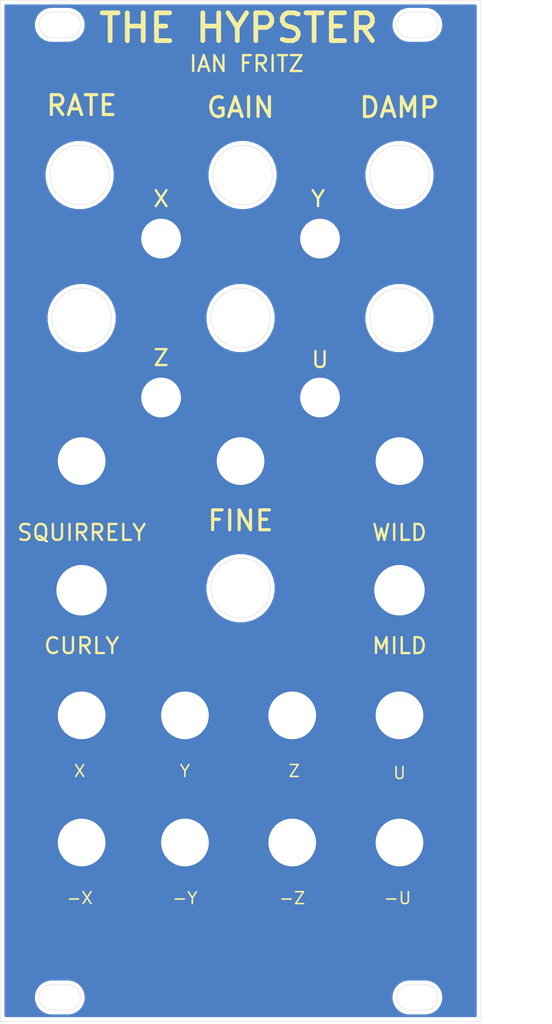
<source format=kicad_pcb>
(kicad_pcb (version 20171130) (host pcbnew "(5.1.5-0)")
  (layers (0 F.Cu signal hide) (31 B.Cu signal hide) (34 B.Paste user hide) (35 F.Paste user hide) (36 B.SilkS user) (37 F.SilkS user) (38 B.Mask user) (39 F.Mask user) (44 Edge.Cuts user))
  (net 0 "")
  (net 1 GND)
  (module "custom footprints:6.35mm_mounting_hole_miniswitch" (layer F.Cu) (at 10.25 324.25)
    (fp_text reference REF** hide)
    (fp_text value 6.35mm_mounting_hole_miniswitch)
    (pad 1 thru_hole circle (at 0 0) (size 6.4 6.4) (drill 6.35) (layers *.Cu *.Mask) (net 1 GND))
  )
  (module "custom footprints:6.35mm_mounting_hole_miniswitch" (layer F.Cu) (at 50.25 324.25)
    (fp_text reference REF** hide)
    (fp_text value 6.35mm_mounting_hole_miniswitch)
    (pad 1 thru_hole circle (at 0 0) (size 6.4 6.4) (drill 6.35) (layers *.Cu *.Mask) (net 1 GND))
  )
  (module "custom footprints:potleaf_small_copper" (layer F.Cu) (at 30 373.75)
    (fp_text reference REF** hide)
    (fp_text value potleaf_small_copper)
    (fp_poly (pts (xy -3.4036 -3.9751) (xy -3.0861 -3.7338) (xy -2.52095 -3.4163) (xy -1.92405 -2.9845) (xy -1.5494 -2.6035) (xy -1.14935 -2.03835) (xy -0.55245 -0.85725) (xy -0.254 -0.2921) (xy -0.2413 -0.2794) (xy -0.5715 -0.254) (xy -0.6731 -0.3048) (xy -1.0287 -0.55245) (xy -1.4351 -0.92075) (xy -1.7653 -1.27) (xy -2.1209 -1.7018) (xy -2.4003 -2.1209) (xy -2.5908 -2.3749) (xy -2.8448 -2.8321) (xy -3.0988 -3.2004) (xy -3.3401 -3.6195) (xy -3.6195 -4.1783)) (layer F.Cu) (width 0.1))
    (fp_poly (pts (xy -1.997075 -0.796925) (xy -1.660525 -0.701675) (xy -1.397 -0.6096) (xy -0.6985 -0.2032) (xy -0.66802 -0.17526) (xy -0.6604 -0.1905) (xy -0.6604 -0.1778) (xy -0.66802 -0.17526) (xy -0.7493 -0.0127) (xy -0.3556 0.127) (xy -0.56515 0.1524) (xy -0.95885 0.1778) (xy -1.4351 0.1778) (xy -1.8796 0.1143) (xy -2.3622 0) (xy -2.7559 -0.1143) (xy -3.1623 -0.3429) (xy -3.4798 -0.5715) (xy -3.8862 -0.6985) (xy -3.2385 -0.7493) (xy -2.7051 -0.7874) (xy -2.24155 -0.79375)) (layer F.Cu) (width 0.1))
    (fp_poly (pts (xy -0.13335 0.2667) (xy -0.50165 0.6985) (xy -0.9398 0.97155) (xy -1.3208 1.11125) (xy -2.0701 1.27635) (xy -1.5875 0.7493) (xy -1.1938 0.4826) (xy -0.8255 0.2794) (xy -0.3556 0.2032) (xy -0.3302 0.2032)) (layer F.Cu) (width 0.1))
    (fp_poly (pts (xy 0 -0.2159) (xy -0.211138 -0.022225) (xy 0.007937 0.073025) (xy 0.758825 0.61595) (xy 0.57785 0.7112) (xy 0 0.254) (xy 0.0127 1.3462) (xy -0.1016 1.2065) (xy -0.10795 0.3175) (xy -0.0635 0.3175) (xy -0.4445 0.1016) (xy -0.73025 -0.0508) (xy -0.56515 -0.3302)) (layer F.Cu) (width 0.1))
    (fp_poly (pts (xy 0.64135 0.2413) (xy 1.1938 0.5207) (xy 1.520825 0.847725) (xy 1.655763 1.077913) (xy 1.887538 1.347788) (xy 1.58115 1.26365) (xy 1.32715 1.18745) (xy 1.14935 1.12395) (xy 0.7747 0.9906) (xy 0.415925 0.796925) (xy 0.155575 0.511175) (xy 0.03175 0.34925) (xy 0.09525 0.38735) (xy 0.06985 0.32385) (xy 0.13335 0.1524)) (layer F.Cu) (width 0.1))
    (fp_poly (pts (xy 3.0734 -0.762) (xy 3.5052 -0.7366) (xy 4.083207 -0.726057) (xy 3.4036 -0.5715) (xy 2.9718 -0.381) (xy 2.6289 -0.1651) (xy 2.2098 0) (xy 1.6764 0.0889) (xy 1.2319 0.1143) (xy 0.65405 0.09525) (xy 0.0762 0.0762) (xy 0.0127 0) (xy 0.2286 -0.0635) (xy 0.235585 -0.1143) (xy 0.551815 -0.2413) (xy 1.08585 -0.4699) (xy 1.6383 -0.6731) (xy 2.032 -0.7874) (xy 2.4765 -0.7874)) (layer F.Cu) (width 0.1))
    (fp_poly (pts (xy 3.0607 -3.4163) (xy 2.8194 -2.921) (xy 2.6162 -2.4638) (xy 2.35585 -1.9431) (xy 2.0828 -1.5875) (xy 1.77165 -1.17475) (xy 1.30175 -0.78105) (xy 0.8001 -0.4445) (xy -0.3048 0.1524) (xy -0.2794 -0.1778) (xy 0.0254 -0.2286) (xy 0.27305 -0.66675) (xy 0.48895 -1.1303) (xy 0.65405 -1.4605) (xy 0.8382 -1.7526) (xy 1.0033 -2.0701) (xy 1.2827 -2.4257) (xy 1.5621 -2.7432) (xy 1.8923 -3.0353) (xy 2.2352 -3.2639) (xy 2.6162 -3.5179) (xy 3.0099 -3.7846) (xy 3.5433 -4.1783)) (layer F.Cu) (width 0.1))
    (fp_poly (pts (xy 0.2159 -5.5499) (xy 0.3175 -5.0673) (xy 0.4318 -4.6101) (xy 0.51435 -4.2799) (xy 0.57785 -3.8989) (xy 0.6223 -3.3782) (xy 0.6223 -2.8448) (xy 0.5715 -2.2606) (xy 0.508 -1.7399) (xy 0.365125 -1.2446) (xy 0.066675 -0.2286) (xy -0.14605 -0.2794) (xy -0.381 -1.1938) (xy -0.554038 -2.0574) (xy -0.538163 -2.8448) (xy -0.485775 -3.5052) (xy -0.32385 -4.2799) (xy -0.0889 -5.0927) (xy 0.0381 -5.8674) (xy 0.1016 -6.3881)) (layer F.Cu) (width 0.1))
  )
  (module "custom footprints:5mm_mounting_hole_LED" (layer F.Cu) (at 20.25 300)
    (fp_text reference TP1 hide)
    (fp_text value TestPoint)
    (pad 1 thru_hole circle (at 0 0) (size 5.1 5.1) (drill 5) (layers *.Cu *.Mask) (net 1 GND))
  )
  (module "custom footprints:5mm_mounting_hole_LED" (layer F.Cu) (at 40.25 300)
    (fp_text reference TP1 hide)
    (fp_text value TestPoint)
    (pad 1 thru_hole circle (at 0 0) (size 5.1 5.1) (drill 5) (layers *.Cu *.Mask) (net 1 GND))
  )
  (module "custom footprints:5mm_mounting_hole_LED" (layer F.Cu) (at 40.25 280)
    (fp_text reference TP1 hide)
    (fp_text value TestPoint)
    (pad 1 thru_hole circle (at 0 0) (size 5.1 5.1) (drill 5) (layers *.Cu *.Mask) (net 1 GND))
  )
  (module "custom footprints:5mm_mounting_hole_LED" (layer F.Cu) (at 20.25 280)
    (fp_text reference TP1 hide)
    (fp_text value TestPoint)
    (pad 1 thru_hole circle (at 0 0) (size 5.1 5.1) (drill 5) (layers *.Cu *.Mask) (net 1 GND))
  )
  (module "custom footprints:6mm_mounting_hole_thonkiconn" (layer F.Cu) (at 10.25 308)
    (fp_text reference TP1 hide)
    (fp_text value TestPoint)
    (pad 1 thru_hole circle (at 0 0) (size 6.1 6.1) (drill 6) (layers *.Cu *.Mask) (net 1 GND))
  )
  (module "custom footprints:6mm_mounting_hole_thonkiconn" (layer F.Cu) (at 30.25 308)
    (fp_text reference TP1 hide)
    (fp_text value TestPoint)
    (pad 1 thru_hole circle (at 0 0) (size 6.1 6.1) (drill 6) (layers *.Cu *.Mask) (net 1 GND))
  )
  (module "custom footprints:6mm_mounting_hole_thonkiconn" (layer F.Cu) (at 50.25 308)
    (fp_text reference TP1 hide)
    (fp_text value TestPoint)
    (pad 1 thru_hole circle (at 0 0) (size 6.1 6.1) (drill 6) (layers *.Cu *.Mask) (net 1 GND))
  )
  (module "custom footprints:6mm_mounting_hole_thonkiconn" (layer F.Cu) (at 50.25 340)
    (fp_text reference TP1 hide)
    (fp_text value TestPoint)
    (pad 1 thru_hole circle (at 0 0) (size 6.1 6.1) (drill 6) (layers *.Cu *.Mask) (net 1 GND))
  )
  (module "custom footprints:6mm_mounting_hole_thonkiconn" (layer F.Cu) (at 36.75 340)
    (fp_text reference TP1 hide)
    (fp_text value TestPoint)
    (pad 1 thru_hole circle (at 0 0) (size 6.1 6.1) (drill 6) (layers *.Cu *.Mask) (net 1 GND))
  )
  (module "custom footprints:6mm_mounting_hole_thonkiconn" (layer F.Cu) (at 23.25 340)
    (fp_text reference TP1 hide)
    (fp_text value TestPoint)
    (pad 1 thru_hole circle (at 0 0) (size 6.1 6.1) (drill 6) (layers *.Cu *.Mask) (net 1 GND))
  )
  (module "custom footprints:6mm_mounting_hole_thonkiconn" (layer F.Cu) (at 10.25 340)
    (fp_text reference TP1 hide)
    (fp_text value TestPoint)
    (pad 1 thru_hole circle (at 0 0) (size 6.1 6.1) (drill 6) (layers *.Cu *.Mask) (net 1 GND))
  )
  (module "custom footprints:6mm_mounting_hole_thonkiconn" (layer F.Cu) (at 10.25 356)
    (fp_text reference TP1 hide)
    (fp_text value TestPoint)
    (pad 1 thru_hole circle (at 0 0) (size 6.1 6.1) (drill 6) (layers *.Cu *.Mask) (net 1 GND))
  )
  (module "custom footprints:6mm_mounting_hole_thonkiconn" (layer F.Cu) (at 23.25 356)
    (fp_text reference TP1 hide)
    (fp_text value TestPoint)
    (pad 1 thru_hole circle (at 0 0) (size 6.1 6.1) (drill 6) (layers *.Cu *.Mask) (net 1 GND))
  )
  (module "custom footprints:6mm_mounting_hole_thonkiconn" (layer F.Cu) (at 36.75 356)
    (fp_text reference TP1 hide)
    (fp_text value TestPoint)
    (pad 1 thru_hole circle (at 0 0) (size 6.1 6.1) (drill 6) (layers *.Cu *.Mask) (net 1 GND))
  )
  (module "custom footprints:6mm_mounting_hole_thonkiconn" (layer F.Cu) (at 50.25 356)
    (fp_text reference TP1 hide)
    (fp_text value TestPoint)
    (pad 1 thru_hole circle (at 0 0) (size 6.1 6.1) (drill 6) (layers *.Cu *.Mask) (net 1 GND))
  )
  (gr_line (start 9.75 356.25) (end 49.75 356.25) (layer F.Cu) (width 1))
  (gr_line (start 10.25 340.25) (end 50.25 340.25) (layer F.Cu) (width 1))
  (gr_text -X (at 10 363) (layer F.SilkS) (effects (font (size 1.5 1.5) (thickness 0.2))))
  (gr_text -Y (at 23.25 363) (layer F.SilkS) (effects (font (size 1.5 1.5) (thickness 0.2))))
  (gr_text -Z (at 36.75 363) (layer F.SilkS) (effects (font (size 1.5 1.5) (thickness 0.2))))
  (gr_text -U (at 50 363) (layer F.SilkS) (effects (font (size 1.5 1.5) (thickness 0.2))))
  (gr_text U (at 50.25 347.25) (layer F.SilkS) (effects (font (size 1.5 1.5) (thickness 0.2))))
  (gr_text Z (at 37 347) (layer F.SilkS) (effects (font (size 1.5 1.5) (thickness 0.2))))
  (gr_text Y (at 23.25 347) (layer F.SilkS) (effects (font (size 1.5 1.5) (thickness 0.2))))
  (gr_text X (at 10 347) (layer F.SilkS) (effects (font (size 1.5 1.5) (thickness 0.2))))
  (gr_text MILD (at 50.25 331.25) (layer F.SilkS) (effects (font (size 2 2) (thickness 0.3))))
  (gr_text CURLY (at 10.25 331.25) (layer F.SilkS) (effects (font (size 2 2) (thickness 0.3))))
  (gr_text SQUIRRELY (at 10.25 317) (layer F.SilkS) (effects (font (size 2 2) (thickness 0.3))))
  (gr_text Z (at 20.25 295) (layer F.SilkS) (effects (font (size 2 2) (thickness 0.3))))
  (gr_text X (at 20.25 275) (layer F.SilkS) (effects (font (size 2 2) (thickness 0.3))))
  (gr_text Y (at 40 275) (layer F.SilkS) (effects (font (size 2 2) (thickness 0.3))))
  (gr_text U (at 40.25 295.25) (layer F.SilkS) (effects (font (size 2 2) (thickness 0.3))))
  (gr_text WILD (at 50.25 317) (layer F.SilkS) (effects (font (size 2 2) (thickness 0.3))))
  (gr_text "IAN FRITZ" (at 31 258) (layer F.SilkS) (effects (font (size 2 2) (thickness 0.3))))
  (gr_text "THE HYPSTER" (at 30 253.5) (layer F.SilkS) (effects (font (size 3.5 3.5) (thickness 0.6))))
  (gr_text FINE (at 30.25 315.5) (layer F.SilkS) (effects (font (size 2.5 2.5) (thickness 0.4))))
  (gr_text DAMP (at 50.25 263.5) (layer F.SilkS) (effects (font (size 2.5 2.5) (thickness 0.4))))
  (gr_text GAIN (at 30.25 263.5) (layer F.SilkS) (effects (font (size 2.5 2.5) (thickness 0.4))))
  (gr_text RATE (at 10.25 263.25) (layer F.SilkS) (effects (font (size 2.5 2.5) (thickness 0.4))))
  (gr_circle (center 30.25 324) (end 34 324) (layer Edge.Cuts) (width 0.05))
  (gr_circle (center 50.25 290) (end 54 290) (layer Edge.Cuts) (width 0.05))
  (gr_circle (center 30.25 290) (end 34 290) (layer Edge.Cuts) (width 0.05))
  (gr_circle (center 10.25 290) (end 14 290) (layer Edge.Cuts) (width 0.05))
  (gr_circle (center 50.25 272) (end 54 272) (layer Edge.Cuts) (width 0.05))
  (gr_circle (center 30.5 272) (end 34.25 272) (layer Edge.Cuts) (width 0.05))
  (gr_circle (center 10 272) (end 13.75 272) (layer Edge.Cuts) (width 0.05))
  (gr_line (start 8.5 373.9) (end 6.5 373.9) (layer Edge.Cuts) (width 0.05))
  (gr_arc (start 6.5 375.5) (end 6.5 373.9) (angle -180) (layer Edge.Cuts) (width 0.05))
  (gr_line (start 8.5 377.1) (end 6.5 377.1) (layer Edge.Cuts) (width 0.05))
  (gr_arc (start 8.5 375.5) (end 8.5 377.1) (angle -180) (layer Edge.Cuts) (width 0.05))
  (gr_line (start 53.5 373.9) (end 51.5 373.9) (layer Edge.Cuts) (width 0.05))
  (gr_line (start 53.5 377.1) (end 51.5 377.1) (layer Edge.Cuts) (width 0.05))
  (gr_arc (start 53.5 375.5) (end 53.5 377.1) (angle -180) (layer Edge.Cuts) (width 0.05))
  (gr_arc (start 51.5 375.5) (end 51.5 373.9) (angle -180) (layer Edge.Cuts) (width 0.05))
  (gr_line (start 53.5 251.5) (end 51.5 251.5) (layer Edge.Cuts) (width 0.05))
  (gr_arc (start 51.5 253.1) (end 51.5 251.5) (angle -180) (layer Edge.Cuts) (width 0.05))
  (gr_line (start 53.5 254.7) (end 51.5 254.7) (layer Edge.Cuts) (width 0.05))
  (gr_arc (start 53.5 253.1) (end 53.5 254.7) (angle -180) (layer Edge.Cuts) (width 0.05))
  (gr_arc (start 6.5 253.1) (end 6.5 251.5) (angle -180) (layer Edge.Cuts) (width 0.05))
  (gr_line (start 8.5 251.5) (end 6.5 251.5) (layer Edge.Cuts) (width 0.05))
  (gr_arc (start 8.5 253.1) (end 8.5 254.7) (angle -180) (layer Edge.Cuts) (width 0.05))
  (gr_line (start 8.5 254.7) (end 6.5 254.7) (layer Edge.Cuts) (width 0.05))
  (gr_line (start 0 378.5) (end 0 250) (layer Edge.Cuts) (width 0.05))
  (gr_line (start 60.5 378.5) (end 0 378.5) (layer Edge.Cuts) (width 0.05))
  (gr_line (start 60.5 250) (end 60.5 378.5) (layer Edge.Cuts) (width 0.05))
  (gr_line (start 0 250) (end 60.5 250) (layer Edge.Cuts) (width 0.05))
  (zone (net 1) (net_name GND) (layer B.Cu) (connect_pads yes (clearance 0.508)) (min_thickness 0.254) (fill yes (arc_segments 32) (thermal_gap 0.508) (thermal_bridge_width 0.508))
    (polygon (pts (xy 65 378.75) (xy -1 379) (xy -1 249) (xy 65 248.25)))
  )
)
</source>
